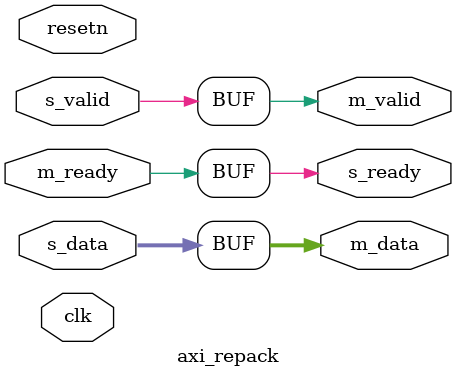
<source format=v>

module axi_repack (
	input                       clk,
	input                       resetn,

	input                       s_valid,
	output                      s_ready,
	input [C_S_DATA_WIDTH-1:0]  s_data,

	output                      m_valid,
	input                       m_ready,
	output [C_M_DATA_WIDTH-1:0] m_data
);

parameter C_M_DATA_WIDTH = 64;
parameter C_S_DATA_WIDTH = 64;

generate if (C_S_DATA_WIDTH == C_M_DATA_WIDTH) begin

assign m_valid = s_valid;
assign s_ready = m_ready;
assign m_data = s_data;

end else if (C_S_DATA_WIDTH < C_M_DATA_WIDTH) begin

localparam RATIO = C_M_DATA_WIDTH / C_S_DATA_WIDTH;

reg [C_M_DATA_WIDTH-1:0] data;
reg [$clog2(RATIO)-1:0] count;
reg valid;

always @(posedge clk)
begin
	if (resetn == 1'b0) begin
		count <= RATIO - 1;
		valid <= 1'b0;
	end else begin
		if (count == 'h00 && s_ready == 1'b1 && s_valid == 1'b1)
			valid <= 1'b1;
		else if (m_ready == 1'b1)
			valid <= 1'b0;

		if (s_ready == 1'b1 && s_valid == 1'b1)
			count <= count - 1'b1;
	end
end

always @(posedge clk)
begin
	if (s_ready == 1'b1 && s_valid == 1'b1)
		data <= {s_data, data[C_M_DATA_WIDTH-1:C_S_DATA_WIDTH]};
end

assign s_ready = ~valid || m_ready;
assign m_valid = valid;
assign m_data = data;

end else begin

localparam RATIO = C_S_DATA_WIDTH / C_M_DATA_WIDTH;

reg [C_S_DATA_WIDTH-1:0] data;
reg [$clog2(RATIO)-1:0] count;
reg valid;

always @(posedge clk)
begin
	if (resetn == 1'b0) begin
		count <= RATIO - 1;
		valid <= 1'b0;
	end else begin
		if (s_valid == 1'b1 && s_ready == 1'b1)
			valid <= 1'b1;
		else if (count == 'h0 && m_ready == 1'b1 && m_valid == 1'b1)
			valid <= 1'b0;

		if (m_ready == 1'b1 && m_valid == 1'b1)
			count <= count - 1'b1;
	end
end

always @(posedge clk)
begin
	if (s_ready == 1'b1 && s_valid == 1'b1)
		data <= s_data;
	else if (m_ready == 1'b1 && m_valid == 1'b1)
		data[C_S_DATA_WIDTH-C_M_DATA_WIDTH-1:0] <= data[C_S_DATA_WIDTH-1:C_M_DATA_WIDTH];
end

assign s_ready = ~valid || (m_ready && count == 'h0);
assign m_valid = valid;
assign m_data = data[C_M_DATA_WIDTH-1:0];

end
endgenerate

endmodule

</source>
